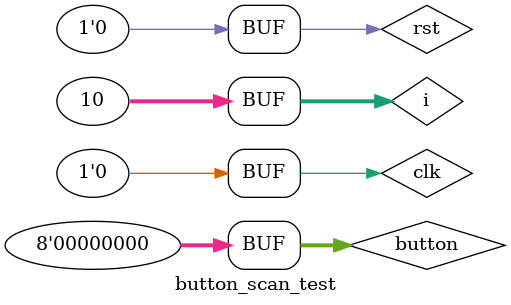
<source format=v>
module button_scan_test;

reg clk, rst;
wire out_RDY1, state_cmp1;
wire [7:0] DATA_out1;
reg [7:0] button;
integer i;

button_scan btst(.clk(clk), .rst(rst), .but(button), .state_cmp1(state_cmp1), .out_RDY1(out_RDY1), .DATA_out1(DATA_out1));

initial 
	begin
	     clk = 0;
	     rst = 1; 
	#10  clk = 1;
	     rst = 0;	     
	#10  clk = 0;
	#10  clk = 1;
	     button = 8'b0001_0000;
	#10  clk = 0;
	#10  clk = 1;
	     button = 8'b0000_0000;
	#10  clk = 0;
	
	for(i=0;i<10;i=i+1) begin
		#10 clk = 1;
		#10 clk = 0;
		end

	#10  clk = 0;
	#10  clk = 1;
	     button = 8'b0000_0100;
	#10  clk = 0;
	#10  clk = 1;
	     button = 8'b0000_0000;
	#10  clk = 0;
	
	for(i=0;i<10;i=i+1) begin
		#10 clk = 1;
		#10 clk = 0;
		end
	end
endmodule

</source>
